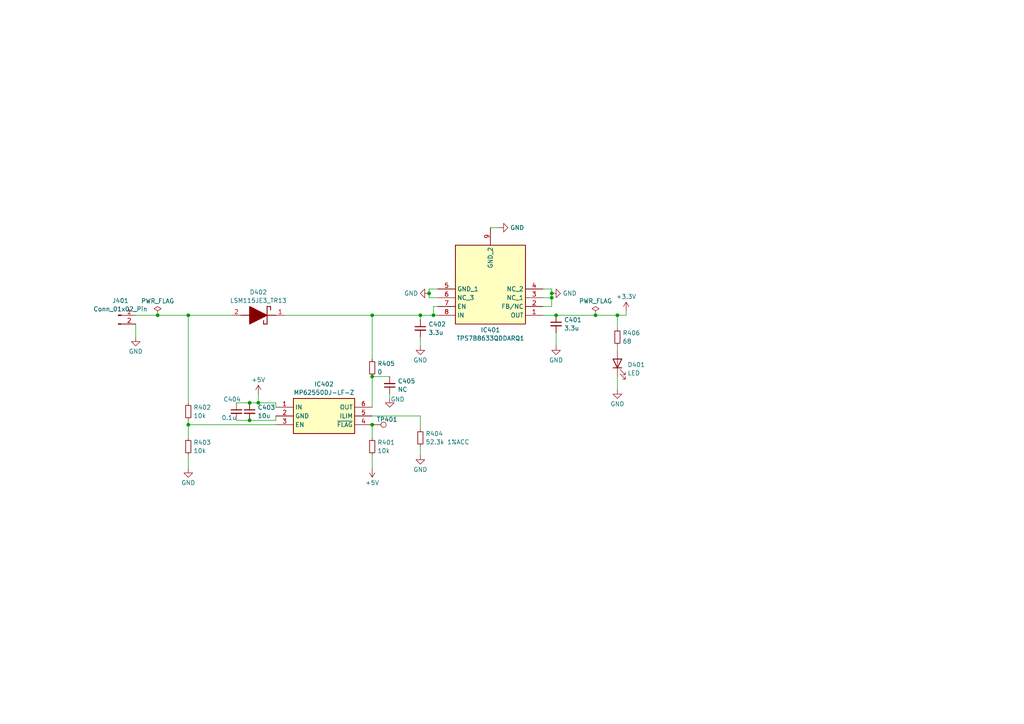
<source format=kicad_sch>
(kicad_sch (version 20231120) (generator "eeschema") (generator_version "8.0")
  (paper "A4")
  (lib_symbols
    (symbol "Connector:Conn_01x02_Pin" (pin_names (offset 1.016) hide)
      (property "Reference" "J" (at 0 2.54 0))
      (property "Value" "Conn_01x02_Pin" (at 0 -5.08 0))
      (symbol "Conn_01x02_Pin_1_1"
        (polyline (pts (xy 1.27 -2.54) (xy 0.8636 -2.54)) (stroke (width 0.1524)))
        (polyline (pts (xy 1.27 0) (xy 0.8636 0)) (stroke (width 0.1524)))
        (rectangle (start 0.8636 -2.413) (end 0 -2.667) (stroke (width 0.1524)) (fill (type outline)))
        (rectangle (start 0.8636 0.127) (end 0 -0.127) (stroke (width 0.1524)) (fill (type outline)))
        (pin passive line (at 5.08 0 180) (length 3.81) (name "Pin_1") (number "1"))
        (pin passive line (at 5.08 -2.54 180) (length 3.81) (name "Pin_2") (number "2"))
      )
    )
    (symbol "Connector:TestPoint" (pin_numbers hide) (pin_names (offset 0.762) hide)
      (property "Reference" "TP" (at 0 6.858 0))
      (property "Value" "TestPoint" (at 0 5.08 0))
      (symbol "TestPoint_0_1"
        (circle (center 0 3.302) (radius 0.762))
      )
      (symbol "TestPoint_1_1"
        (pin passive line (at 0 0 90) (length 2.54) (name "1") (number "1"))
      )
    )
    (symbol "Device:C_Small" (pin_numbers hide) (pin_names (offset 0.254) hide)
      (property "Reference" "C" (at 0.254 1.778 0))
      (property "Value" "C_Small" (at 0.254 -2.032 0))
      (symbol "C_Small_0_1"
        (polyline (pts (xy -1.524 -0.508) (xy 1.524 -0.508)) (stroke (width 0.3302)))
        (polyline (pts (xy -1.524 0.508) (xy 1.524 0.508)) (stroke (width 0.3048)))
      )
      (symbol "C_Small_1_1"
        (pin passive line (at 0 2.54 270) (length 2.032) (name "~") (number "1"))
        (pin passive line (at 0 -2.54 90) (length 2.032) (name "~") (number "2"))
      )
    )
    (symbol "Device:LED" (pin_numbers hide) (pin_names (offset 1.016) hide)
      (property "Reference" "D" (at 0 2.54 0))
      (property "Value" "LED" (at 0 -2.54 0))
      (symbol "LED_0_1"
        (polyline (pts (xy -1.27 -1.27) (xy -1.27 1.27)) (stroke (width 0.254)))
        (polyline (pts (xy -1.27 0) (xy 1.27 0)))
        (polyline (pts (xy 1.27 -1.27) (xy 1.27 1.27) (xy -1.27 0) (xy 1.27 -1.27)) (stroke (width 0.254)))
        (polyline (pts (xy -3.048 -0.762) (xy -4.572 -2.286) (xy -3.81 -2.286) (xy -4.572 -2.286) (xy -4.572 -1.524)))
        (polyline (pts (xy -1.778 -0.762) (xy -3.302 -2.286) (xy -2.54 -2.286) (xy -3.302 -2.286) (xy -3.302 -1.524)))
      )
      (symbol "LED_1_1"
        (pin passive line (at -3.81 0 0) (length 2.54) (name "K") (number "1"))
        (pin passive line (at 3.81 0 180) (length 2.54) (name "A") (number "2"))
      )
    )
    (symbol "Device:R_Small" (pin_numbers hide) (pin_names (offset 0.254) hide)
      (property "Reference" "R" (at 0.762 0.508 0))
      (property "Value" "R_Small" (at 0.762 -1.016 0))
      (symbol "R_Small_0_1"
        (rectangle (start -0.762 1.778) (end 0.762 -1.778) (stroke (width 0.2032)))
      )
      (symbol "R_Small_1_1"
        (pin passive line (at 0 2.54 270) (length 0.762) (name "~") (number "1"))
        (pin passive line (at 0 -2.54 90) (length 0.762) (name "~") (number "2"))
      )
    )
    (symbol "SamacSys_Parts:LSM115JE3_TR13" (pin_names hide)
      (property "Reference" "D" (at 12.7 8.89 0))
      (property "Value" "LSM115JE3_TR13" (at 12.7 6.35 0))
      (symbol "LSM115JE3_TR13_1_1"
        (polyline (pts (xy 5.08 0) (xy 7.62 0)) (stroke (width 0.254)))
        (polyline (pts (xy 6.604 -1.524) (xy 6.604 -2.54)) (stroke (width 0.254)))
        (polyline (pts (xy 7.62 -2.54) (xy 6.604 -2.54)) (stroke (width 0.254)))
        (polyline (pts (xy 7.62 2.54) (xy 7.62 -2.54)) (stroke (width 0.254)))
        (polyline (pts (xy 7.62 2.54) (xy 8.636 2.54)) (stroke (width 0.254)))
        (polyline (pts (xy 8.636 1.524) (xy 8.636 2.54)) (stroke (width 0.254)))
        (polyline (pts (xy 12.7 0) (xy 15.24 0)) (stroke (width 0.254)))
        (polyline (pts (xy 7.62 0) (xy 12.7 2.54) (xy 12.7 -2.54) (xy 7.62 0)) (stroke (width 0.254)) (fill (type outline)))
        (pin passive line (at 2.54 0 0) (length 2.54) (name "K") (number "1"))
        (pin passive line (at 17.78 0 180) (length 2.54) (name "A") (number "2"))
      )
    )
    (symbol "SamacSys_Parts:MP62550DJ-LF-Z"
      (property "Reference" "IC" (at 24.13 7.62 0))
      (property "Value" "MP62550DJ-LF-Z" (at 24.13 5.08 0))
      (symbol "MP62550DJ-LF-Z_1_1"
        (rectangle (start 5.08 2.54) (end 22.86 -7.62) (stroke (width 0.254)) (fill (type background)))
        (pin passive line (at 0 0 0) (length 5.08) (name "IN") (number "1"))
        (pin passive line (at 0 -2.54 0) (length 5.08) (name "GND") (number "2"))
        (pin passive line (at 0 -5.08 0) (length 5.08) (name "EN") (number "3"))
        (pin passive line (at 27.94 -5.08 180) (length 5.08) (name "~{FLAG}") (number "4"))
        (pin passive line (at 27.94 -2.54 180) (length 5.08) (name "ILIM") (number "5"))
        (pin passive line (at 27.94 0 180) (length 5.08) (name "OUT") (number "6"))
      )
    )
    (symbol "SamacSys_Parts:TPS7B8633QDDARQ1"
      (property "Reference" "IC" (at 26.67 7.62 0))
      (property "Value" "TPS7B8633QDDARQ1" (at 26.67 5.08 0))
      (symbol "TPS7B8633QDDARQ1_1_1"
        (rectangle (start 5.08 2.54) (end 25.4 -20.32) (stroke (width 0.254)) (fill (type background)))
        (pin passive line (at 0 0 0) (length 5.08) (name "OUT") (number "1"))
        (pin passive line (at 0 -2.54 0) (length 5.08) (name "FB/NC") (number "2"))
        (pin passive line (at 0 -5.08 0) (length 5.08) (name "NC_1") (number "3"))
        (pin passive line (at 0 -7.62 0) (length 5.08) (name "NC_2") (number "4"))
        (pin passive line (at 30.48 -7.62 180) (length 5.08) (name "GND_1") (number "5"))
        (pin passive line (at 30.48 -5.08 180) (length 5.08) (name "NC_3") (number "6"))
        (pin passive line (at 30.48 -2.54 180) (length 5.08) (name "EN") (number "7"))
        (pin passive line (at 30.48 0 180) (length 5.08) (name "IN") (number "8"))
        (pin passive line (at 15.24 -25.4 90) (length 5.08) (name "GND_2") (number "9"))
      )
    )
    (symbol "power:+3.3V" (power) (pin_numbers hide) (pin_names (offset 0) hide)
      (property "Value" "+3.3V" (at 0 3.556 0))
      (symbol "+3.3V_0_1"
        (polyline (pts (xy -0.762 1.27) (xy 0 2.54)))
        (polyline (pts (xy 0 0) (xy 0 2.54)))
        (polyline (pts (xy 0 2.54) (xy 0.762 1.27)))
      )
      (symbol "+3.3V_1_1"
        (pin power_in line (at 0 0 90) (length 0) (name "~") (number "1"))
      )
    )
    (symbol "power:+5V" (power) (pin_numbers hide) (pin_names (offset 0) hide)
      (property "Value" "+5V" (at 0 3.556 0))
      (symbol "+5V_0_1"
        (polyline (pts (xy -0.762 1.27) (xy 0 2.54)))
        (polyline (pts (xy 0 0) (xy 0 2.54)))
        (polyline (pts (xy 0 2.54) (xy 0.762 1.27)))
      )
      (symbol "+5V_1_1"
        (pin power_in line (at 0 0 90) (length 0) (name "~") (number "1"))
      )
    )
    (symbol "power:GND" (power) (pin_numbers hide) (pin_names (offset 0) hide)
      (property "Value" "GND" (at 0 -3.81 0))
      (symbol "GND_0_1"
        (polyline (pts (xy 0 0) (xy 0 -1.27) (xy 1.27 -1.27) (xy 0 -2.54) (xy -1.27 -1.27) (xy 0 -1.27)))
      )
      (symbol "GND_1_1"
        (pin power_in line (at 0 0 270) (length 0) (name "~") (number "1"))
      )
    )
    (symbol "power:PWR_FLAG" (power) (pin_numbers hide) (pin_names (offset 0) hide)
      (property "Value" "PWR_FLAG" (at 0 3.81 0))
      (symbol "PWR_FLAG_0_0"
        (pin power_out line (at 0 0 90) (length 0) (name "~") (number "1"))
      )
      (symbol "PWR_FLAG_0_1"
        (polyline (pts (xy 0 0) (xy 0 1.27) (xy -1.016 1.905) (xy 0 2.54) (xy 1.016 1.905) (xy 0 1.27)))
      )
    )
  )
  (junction (at 107.95 123.19))
  (junction (at 160.02 85.09))
  (junction (at 172.72 91.44))
  (junction (at 179.07 91.44))
  (junction (at 121.92 91.44))
  (junction (at 45.72 91.44))
  (junction (at 160.02 86.36))
  (junction (at 124.46 85.09))
  (junction (at 125.73 91.44))
  (junction (at 72.39 116.84))
  (junction (at 161.29 91.44))
  (junction (at 74.93 116.84))
  (junction (at 107.95 109.22))
  (junction (at 107.95 91.44))
  (junction (at 54.61 123.19))
  (junction (at 54.61 91.44))
  (junction (at 72.39 121.92))
  (wire (pts (xy 125.73 91.44) (xy 127 91.44)))
  (wire (pts (xy 124.46 86.36) (xy 124.46 85.09)))
  (wire (pts (xy 54.61 132.08) (xy 54.61 135.89)))
  (wire (pts (xy 74.93 114.3) (xy 74.93 116.84)))
  (wire (pts (xy 157.48 83.82) (xy 160.02 83.82)))
  (wire (pts (xy 121.92 91.44) (xy 125.73 91.44)))
  (wire (pts (xy 160.02 83.82) (xy 160.02 85.09)))
  (wire (pts (xy 80.01 121.92) (xy 72.39 121.92)))
  (wire (pts (xy 179.07 109.22) (xy 179.07 113.03)))
  (wire (pts (xy 80.01 118.11) (xy 80.01 116.84)))
  (wire (pts (xy 160.02 86.36) (xy 160.02 85.09)))
  (wire (pts (xy 80.01 123.19) (xy 54.61 123.19)))
  (wire (pts (xy 82.55 91.44) (xy 107.95 91.44)))
  (wire (pts (xy 161.29 91.44) (xy 172.72 91.44)))
  (wire (pts (xy 127 88.9) (xy 125.73 88.9)))
  (wire (pts (xy 54.61 123.19) (xy 54.61 127)))
  (wire (pts (xy 68.58 121.92) (xy 72.39 121.92)))
  (wire (pts (xy 127 86.36) (xy 124.46 86.36)))
  (wire (pts (xy 107.95 91.44) (xy 107.95 104.14)))
  (wire (pts (xy 107.95 127) (xy 107.95 123.19)))
  (wire (pts (xy 157.48 91.44) (xy 161.29 91.44)))
  (wire (pts (xy 39.37 93.98) (xy 39.37 97.79)))
  (wire (pts (xy 127 83.82) (xy 124.46 83.82)))
  (wire (pts (xy 124.46 83.82) (xy 124.46 85.09)))
  (wire (pts (xy 121.92 120.65) (xy 121.92 124.46)))
  (wire (pts (xy 181.61 90.17) (xy 181.61 91.44)))
  (wire (pts (xy 107.95 120.65) (xy 121.92 120.65)))
  (wire (pts (xy 107.95 109.22) (xy 107.95 118.11)))
  (wire (pts (xy 39.37 91.44) (xy 45.72 91.44)))
  (wire (pts (xy 157.48 88.9) (xy 160.02 88.9)))
  (wire (pts (xy 179.07 100.33) (xy 179.07 101.6)))
  (wire (pts (xy 80.01 120.65) (xy 80.01 121.92)))
  (wire (pts (xy 113.03 114.3) (xy 113.03 115.57)))
  (wire (pts (xy 54.61 91.44) (xy 54.61 116.84)))
  (wire (pts (xy 125.73 88.9) (xy 125.73 91.44)))
  (wire (pts (xy 107.95 91.44) (xy 121.92 91.44)))
  (wire (pts (xy 179.07 91.44) (xy 181.61 91.44)))
  (wire (pts (xy 161.29 96.52) (xy 161.29 100.33)))
  (wire (pts (xy 107.95 132.08) (xy 107.95 135.89)))
  (wire (pts (xy 45.72 91.44) (xy 54.61 91.44)))
  (wire (pts (xy 72.39 116.84) (xy 74.93 116.84)))
  (wire (pts (xy 74.93 116.84) (xy 80.01 116.84)))
  (wire (pts (xy 54.61 121.92) (xy 54.61 123.19)))
  (wire (pts (xy 68.58 116.84) (xy 72.39 116.84)))
  (wire (pts (xy 160.02 86.36) (xy 160.02 88.9)))
  (wire (pts (xy 172.72 91.44) (xy 179.07 91.44)))
  (wire (pts (xy 179.07 91.44) (xy 179.07 95.25)))
  (wire (pts (xy 121.92 97.79) (xy 121.92 100.33)))
  (wire (pts (xy 54.61 91.44) (xy 67.31 91.44)))
  (wire (pts (xy 107.95 109.22) (xy 113.03 109.22)))
  (wire (pts (xy 121.92 92.71) (xy 121.92 91.44)))
  (wire (pts (xy 142.24 66.04) (xy 144.78 66.04)))
  (wire (pts (xy 157.48 86.36) (xy 160.02 86.36)))
  (wire (pts (xy 121.92 129.54) (xy 121.92 132.08)))
  (symbol (lib_id "power:GND") (at 39.37 97.79 0) (unit 1)
    (property "Reference" "#PWR0407" (effects (hide yes)))
    (property "Value" "GND" (at 39.37 101.9231 0))
    (property "Description" "Power symbol creates a global label with name \"GND\" , ground" (effects (hide yes)))
  )
  (symbol (lib_id "Device:C_Small") (at 121.92 95.25 0) (unit 1)
    (property "Reference" "C402" (at 124.2441 94.0441 0) (effects (justify left)))
    (property "Value" "3.3u" (at 124.2441 96.4684 0) (effects (justify left)))
    (property "Footprint" "Capacitor_SMD:C_0805_2012Metric_Pad1.18x1.45mm_HandSolder" (effects (hide yes)))
    (property "Description" "Unpolarized capacitor, small symbol" (effects (hide yes)))
    (property "MOUSER" "https://www.mouser.ch/ProductDetail/Murata-Electronics/GCM31MR71H105JA55K?qs=QzBtWTOodeU6rzS9Vghwag%3D%3D" (effects (hide yes)))
  )
  (symbol (lib_id "Device:C_Small") (at 113.03 111.76 180) (unit 1)
    (property "Reference" "C405" (at 115.3541 110.5414 0) (effects (justify right)))
    (property "Value" "NC" (at 115.3541 112.9657 0) (effects (justify right)))
    (property "Footprint" "Capacitor_SMD:C_0805_2012Metric_Pad1.18x1.45mm_HandSolder" (effects (hide yes)))
    (property "Description" "Unpolarized capacitor, small symbol" (effects (hide yes)))
  )
  (symbol (lib_id "power:+5V") (at 74.93 114.3 0) (unit 1)
    (property "Reference" "#PWR0408" (effects (hide yes)))
    (property "Value" "+5V" (at 74.93 110.1669 0))
    (property "Description" "Power symbol creates a global label with name \"+5V\"" (effects (hide yes)))
  )
  (symbol (lib_id "power:GND") (at 160.02 85.09 90) (unit 1)
    (property "Reference" "#PWR0402" (effects (hide yes)))
    (property "Value" "GND" (at 163.1949 85.09 90) (effects (justify right)))
    (property "Description" "Power symbol creates a global label with name \"GND\" , ground" (effects (hide yes)))
  )
  (symbol (lib_id "Device:R_Small") (at 54.61 119.38 0) (unit 1)
    (property "Reference" "R402" (at 56.1086 118.1678 0) (effects (justify left)))
    (property "Value" "10k" (at 56.1086 120.5921 0) (effects (justify left)))
    (property "Footprint" "Resistor_SMD:R_0805_2012Metric_Pad1.20x1.40mm_HandSolder" (effects (hide yes)))
    (property "Description" "Resistor, small symbol" (effects (hide yes)))
  )
  (symbol (lib_id "SamacSys_Parts:TPS7B8633QDDARQ1") (at 157.48 91.44 180) (unit 1)
    (property "Reference" "IC401" (at 142.24 95.7001 0))
    (property "Value" "TPS7B8633QDDARQ1" (at 142.24 98.1244 0))
    (property "Footprint" "SOIC127P600X170-9N" (effects (hide yes)))
    (property "Datasheet" "https://www.ti.com/lit/gpn/tps7b86-q1" (effects (hide yes)))
    (property "Description" "LDO Voltage Regulators Automotive 500-mA, 40-V, ultra-low-IQ, low-dropout (LDO) linear regulator with power good 8-SO PowerPAD -40 to 150" (effects (hide yes)))
    (property "Height" "1.7" (effects (hide yes)))
    (property "Mouser Part Number" "595-TPS7B8633QDDARQ1" (effects (hide yes)))
    (property "Mouser Price/Stock" "https://www.mouser.co.uk/ProductDetail/Texas-Instruments/TPS7B8633QDDARQ1?qs=KUoIvG%2F9IlY1VB%2FRxrIgew%3D%3D" (effects (hide yes)))
    (property "Manufacturer_Name" "Texas Instruments" (effects (hide yes)))
    (property "Manufacturer_Part_Number" "TPS7B8633QDDARQ1" (effects (hide yes)))
  )
  (symbol (lib_id "Device:R_Small") (at 179.07 97.79 0) (unit 1)
    (property "Reference" "R406" (at 180.5686 96.5778 0) (effects (justify left)))
    (property "Value" "68" (at 180.5686 99.0021 0) (effects (justify left)))
    (property "Footprint" "Resistor_SMD:R_0805_2012Metric_Pad1.20x1.40mm_HandSolder" (effects (hide yes)))
    (property "Description" "Resistor, small symbol" (effects (hide yes)))
  )
  (symbol (lib_id "Device:C_Small") (at 161.29 93.98 0) (unit 1)
    (property "Reference" "C401" (at 163.6141 92.7741 0) (effects (justify left)))
    (property "Value" "3.3u" (at 163.6141 95.1984 0) (effects (justify left)))
    (property "Footprint" "Capacitor_SMD:C_0805_2012Metric_Pad1.18x1.45mm_HandSolder" (effects (hide yes)))
    (property "Description" "Unpolarized capacitor, small symbol" (effects (hide yes)))
    (property "MOUSER" "https://www.mouser.ch/ProductDetail/TDK/CGA5L3X7R1H335M160AB?qs=xLDY6iXSiQYQTccb%252B8aexA%3D%3D" (effects (hide yes)))
  )
  (symbol (lib_id "power:+3.3V") (at 181.61 90.17 0) (unit 1)
    (property "Reference" "#PWR0406" (effects (hide yes)))
    (property "Value" "+3.3V" (at 181.61 86.0369 0))
    (property "Description" "Power symbol creates a global label with name \"+3.3V\"" (effects (hide yes)))
  )
  (symbol (lib_id "Connector:TestPoint") (at 107.95 123.19 270) (unit 1)
    (property "Reference" "TP401" (at 109.22 121.666 90) (effects (justify left)))
    (property "Value" "TestPoint" (effects (hide yes)))
    (property "Footprint" "TestPoint:TestPoint_Pad_D3.0mm" (effects (hide yes)))
    (property "Description" "test point" (effects (hide yes)))
  )
  (symbol (lib_id "Device:R_Small") (at 107.95 129.54 0) (unit 1)
    (property "Reference" "R401" (at 109.4486 128.3278 0) (effects (justify left)))
    (property "Value" "10k" (at 109.4486 130.7521 0) (effects (justify left)))
    (property "Footprint" "Resistor_SMD:R_0805_2012Metric_Pad1.20x1.40mm_HandSolder" (effects (hide yes)))
    (property "Description" "Resistor, small symbol" (effects (hide yes)))
  )
  (symbol (lib_id "power:GND") (at 121.92 132.08 0) (unit 1)
    (property "Reference" "#PWR0411" (effects (hide yes)))
    (property "Value" "GND" (at 121.92 136.2131 0))
    (property "Description" "Power symbol creates a global label with name \"GND\" , ground" (effects (hide yes)))
  )
  (symbol (lib_id "power:PWR_FLAG") (at 172.72 91.44 0) (unit 1)
    (property "Reference" "#FLG0402" (effects (hide yes)))
    (property "Value" "PWR_FLAG" (at 172.72 87.3069 0))
    (property "Description" "Special symbol for telling ERC where power comes from" (effects (hide yes)))
  )
  (symbol (lib_id "Device:C_Small") (at 72.39 119.38 0) (unit 1)
    (property "Reference" "C403" (at 74.7141 118.1741 0) (effects (justify left)))
    (property "Value" "10u" (at 74.7141 120.5984 0) (effects (justify left)))
    (property "Footprint" "Capacitor_SMD:C_0805_2012Metric_Pad1.18x1.45mm_HandSolder" (effects (hide yes)))
    (property "Description" "Unpolarized capacitor, small symbol" (effects (hide yes)))
  )
  (symbol (lib_id "power:GND") (at 124.46 85.09 270) (unit 1)
    (property "Reference" "#PWR0401" (effects (hide yes)))
    (property "Value" "GND" (at 121.2851 85.09 90) (effects (justify right)))
    (property "Description" "Power symbol creates a global label with name \"GND\" , ground" (effects (hide yes)))
  )
  (symbol (lib_id "Device:LED") (at 179.07 105.41 90) (unit 1)
    (property "Reference" "D401" (at 181.991 105.7853 90) (effects (justify right)))
    (property "Value" "LED" (at 181.991 108.2096 90) (effects (justify right)))
    (property "Footprint" "SamacSys_Parts:LEDC2012X80N" (effects (hide yes)))
    (property "Description" "Light emitting diode" (effects (hide yes)))
  )
  (symbol (lib_id "Device:C_Small") (at 68.58 119.38 0) (unit 1)
    (property "Reference" "C404" (at 64.77 115.824 0) (effects (justify left)))
    (property "Value" "0.1u" (at 64.262 121.158 0) (effects (justify left)))
    (property "Footprint" "Capacitor_SMD:C_0805_2012Metric_Pad1.18x1.45mm_HandSolder" (effects (hide yes)))
    (property "Description" "Unpolarized capacitor, small symbol" (effects (hide yes)))
  )
  (symbol (lib_id "power:GND") (at 113.03 115.57 0) (unit 1)
    (property "Reference" "#PWR0412" (effects (hide yes)))
    (property "Value" "GND" (at 115.316 115.824 0))
    (property "Description" "Power symbol creates a global label with name \"GND\" , ground" (effects (hide yes)))
  )
  (symbol (lib_id "power:GND") (at 54.61 135.89 0) (unit 1)
    (property "Reference" "#PWR0410" (effects (hide yes)))
    (property "Value" "GND" (at 54.61 140.0231 0))
    (property "Description" "Power symbol creates a global label with name \"GND\" , ground" (effects (hide yes)))
  )
  (symbol (lib_id "Device:R_Small") (at 121.92 127 0) (unit 1)
    (property "Reference" "R404" (at 123.4186 125.7878 0) (effects (justify left)))
    (property "Value" "52.3k 1%ACC" (at 123.4186 128.2121 0) (effects (justify left)))
    (property "Footprint" "Resistor_SMD:R_0805_2012Metric_Pad1.20x1.40mm_HandSolder" (effects (hide yes)))
    (property "Description" "Resistor, small symbol" (effects (hide yes)))
  )
  (symbol (lib_id "power:GND") (at 179.07 113.03 0) (unit 1)
    (property "Reference" "#PWR0413" (effects (hide yes)))
    (property "Value" "GND" (at 179.07 117.1631 0))
    (property "Description" "Power symbol creates a global label with name \"GND\" , ground" (effects (hide yes)))
  )
  (symbol (lib_id "power:GND") (at 121.92 100.33 0) (unit 1)
    (property "Reference" "#PWR0403" (effects (hide yes)))
    (property "Value" "GND" (at 121.92 104.4631 0))
    (property "Description" "Power symbol creates a global label with name \"GND\" , ground" (effects (hide yes)))
  )
  (symbol (lib_id "Device:R_Small") (at 54.61 129.54 0) (unit 1)
    (property "Reference" "R403" (at 56.1086 128.3278 0) (effects (justify left)))
    (property "Value" "10k" (at 56.1086 130.7521 0) (effects (justify left)))
    (property "Footprint" "Resistor_SMD:R_0805_2012Metric_Pad1.20x1.40mm_HandSolder" (effects (hide yes)))
    (property "Description" "Resistor, small symbol" (effects (hide yes)))
  )
  (symbol (lib_id "SamacSys_Parts:MP62550DJ-LF-Z") (at 80.01 118.11 0) (unit 1)
    (property "Reference" "IC402" (at 93.98 111.4255 0))
    (property "Value" "MP62550DJ-LF-Z" (at 93.98 113.8498 0))
    (property "Footprint" "SOT95P280X100-6N" (effects (hide yes)))
    (property "Datasheet" "https://www.monolithicpower.com/pub/media/document/MP62550_MP62551_r1.21.pdf" (effects (hide yes)))
    (property "Description" "Power Switch ICs - Power Distribution 1Ch .06-1.7A Current Limit Power Switch" (effects (hide yes)))
    (property "Height" "1" (effects (hide yes)))
    (property "Mouser Part Number" "946-MP62550DJLFZ" (effects (hide yes)))
    (property "Mouser Price/Stock" "https://www.mouser.co.uk/ProductDetail/Monolithic-Power-Systems-MPS/MP62550DJ-LF-Z?qs=ddTkeYFZflU6c6t6YUsNhQ%3D%3D" (effects (hide yes)))
    (property "Manufacturer_Name" "Monolithic Power Systems (MPS)" (effects (hide yes)))
    (property "Manufacturer_Part_Number" "MP62550DJ-LF-Z" (effects (hide yes)))
    (property "MOUSER" "https://www.mouser.ch/ProductDetail/Monolithic-Power-Systems-MPS/MP62550DJ-LF-Z?qs=sGAEpiMZZMv0DJfhVcWlK76P3Wfzt3muiGtTRrtvg0Lnsc2gdD88kQ%3D%3D" (effects (hide yes)))
  )
  (symbol (lib_id "power:PWR_FLAG") (at 45.72 91.44 0) (unit 1)
    (property "Reference" "#FLG0401" (effects (hide yes)))
    (property "Value" "PWR_FLAG" (at 45.72 87.3069 0))
    (property "Description" "Special symbol for telling ERC where power comes from" (effects (hide yes)))
  )
  (symbol (lib_id "Connector:Conn_01x02_Pin") (at 34.29 91.44 0) (unit 1)
    (property "Reference" "J401" (at 34.925 87.2193 0))
    (property "Value" "Conn_01x02_Pin" (at 34.925 89.6436 0))
    (property "Footprint" "Connector_PinHeader_2.54mm:PinHeader_1x02_P2.54mm_Vertical" (effects (hide yes)))
    (property "Description" "Generic connector, single row, 01x02, script generated" (effects (hide yes)))
  )
  (symbol (lib_id "power:GND") (at 144.78 66.04 90) (unit 1)
    (property "Reference" "#PWR0405" (effects (hide yes)))
    (property "Value" "GND" (at 147.9549 66.04 90) (effects (justify right)))
    (property "Description" "Power symbol creates a global label with name \"GND\" , ground" (effects (hide yes)))
  )
  (symbol (lib_id "power:GND") (at 161.29 100.33 0) (unit 1)
    (property "Reference" "#PWR0404" (effects (hide yes)))
    (property "Value" "GND" (at 161.29 104.4631 0))
    (property "Description" "Power symbol creates a global label with name \"GND\" , ground" (effects (hide yes)))
  )
  (symbol (lib_id "power:+5V") (at 107.95 135.89 180) (unit 1)
    (property "Reference" "#PWR0409" (effects (hide yes)))
    (property "Value" "+5V" (at 107.95 140.0231 0))
    (property "Description" "Power symbol creates a global label with name \"+5V\"" (effects (hide yes)))
  )
  (symbol (lib_id "Device:R_Small") (at 107.95 106.68 0) (unit 1)
    (property "Reference" "R405" (at 109.4486 105.4678 0) (effects (justify left)))
    (property "Value" "0" (at 109.4486 107.8921 0) (effects (justify left)))
    (property "Footprint" "Resistor_SMD:R_0805_2012Metric_Pad1.20x1.40mm_HandSolder" (effects (hide yes)))
    (property "Description" "Resistor, small symbol" (effects (hide yes)))
  )
  (symbol (lib_id "SamacSys_Parts:LSM115JE3_TR13") (at 85.09 91.44 180) (unit 1)
    (property "Reference" "D402" (at 74.93 84.7555 0))
    (property "Value" "LSM115JE3_TR13" (at 74.93 87.1798 0))
    (property "Footprint" "DIOM5436X330N" (effects (hide yes)))
    (property "Datasheet" "https://media.digikey.com/pdf/Data%20Sheets/Microsemi%20PDFs/LSM115J.pdf" (effects (hide yes)))
    (property "Description" "Schottky Diodes & Rectifiers Schottky" (effects (hide yes)))
    (property "Height" "3.3" (effects (hide yes)))
    (property "Mouser Part Number" "494-LSM115JE3/TR13" (effects (hide yes)))
    (property "Mouser Price/Stock" "https://www.mouser.co.uk/ProductDetail/Microchip-Microsemi/LSM115JE3-TR13/?qs=6jAvgNDGUA8H9k1qUsKdHA%3D%3D" (effects (hide yes)))
    (property "Manufacturer_Name" "Microsemi Corporation" (effects (hide yes)))
    (property "Manufacturer_Part_Number" "LSM115JE3/TR13" (effects (hide yes)))
  )
)
</source>
